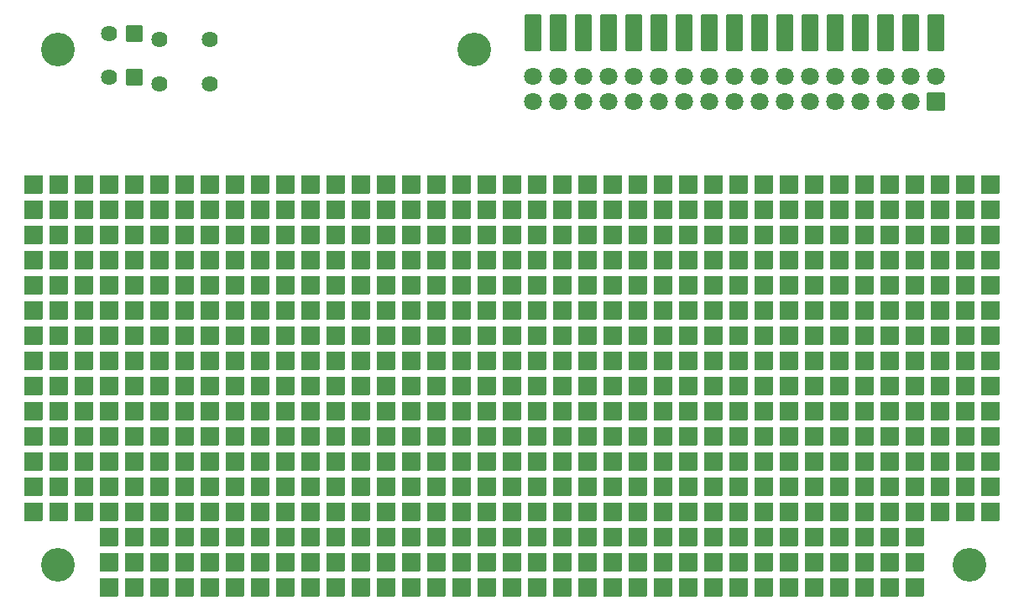
<source format=gbr>
G04 #@! TF.GenerationSoftware,KiCad,Pcbnew,7.0.5-4d25ed1034~172~ubuntu22.04.1*
G04 #@! TF.CreationDate,2023-06-02T09:39:04+03:00*
G04 #@! TF.ProjectId,AgonLight2-PROTO_Rev_A,41676f6e-4c69-4676-9874-322d50524f54,A*
G04 #@! TF.SameCoordinates,Original*
G04 #@! TF.FileFunction,Soldermask,Bot*
G04 #@! TF.FilePolarity,Negative*
%FSLAX46Y46*%
G04 Gerber Fmt 4.6, Leading zero omitted, Abs format (unit mm)*
G04 Created by KiCad (PCBNEW 7.0.5-4d25ed1034~172~ubuntu22.04.1) date 2023-06-02 09:39:04*
%MOMM*%
%LPD*%
G01*
G04 APERTURE LIST*
G04 Aperture macros list*
%AMRoundRect*
0 Rectangle with rounded corners*
0 $1 Rounding radius*
0 $2 $3 $4 $5 $6 $7 $8 $9 X,Y pos of 4 corners*
0 Add a 4 corners polygon primitive as box body*
4,1,4,$2,$3,$4,$5,$6,$7,$8,$9,$2,$3,0*
0 Add four circle primitives for the rounded corners*
1,1,$1+$1,$2,$3*
1,1,$1+$1,$4,$5*
1,1,$1+$1,$6,$7*
1,1,$1+$1,$8,$9*
0 Add four rect primitives between the rounded corners*
20,1,$1+$1,$2,$3,$4,$5,0*
20,1,$1+$1,$4,$5,$6,$7,0*
20,1,$1+$1,$6,$7,$8,$9,0*
20,1,$1+$1,$8,$9,$2,$3,0*%
G04 Aperture macros list end*
%ADD10RoundRect,0.050800X-0.889000X-0.889000X0.889000X-0.889000X0.889000X0.889000X-0.889000X0.889000X0*%
%ADD11C,1.625600*%
%ADD12C,3.401601*%
%ADD13RoundRect,0.050800X0.889000X-0.889000X0.889000X0.889000X-0.889000X0.889000X-0.889000X-0.889000X0*%
%ADD14RoundRect,0.050800X-0.762000X1.778000X-0.762000X-1.778000X0.762000X-1.778000X0.762000X1.778000X0*%
%ADD15RoundRect,0.050800X0.762000X0.762000X-0.762000X0.762000X-0.762000X-0.762000X0.762000X-0.762000X0*%
%ADD16RoundRect,0.050800X0.850000X0.850000X-0.850000X0.850000X-0.850000X-0.850000X0.850000X-0.850000X0*%
%ADD17C,1.801600*%
%ADD18RoundRect,0.050800X0.889000X0.889000X-0.889000X0.889000X-0.889000X-0.889000X0.889000X-0.889000X0*%
G04 APERTURE END LIST*
D10*
X104140000Y-87630000D03*
D11*
X114300000Y-73025000D03*
X119380000Y-73025000D03*
D10*
X129540000Y-100330000D03*
X172720000Y-123190000D03*
X180340000Y-105410000D03*
X124460000Y-97790000D03*
X144780000Y-95250000D03*
X185420000Y-102870000D03*
X185420000Y-100330000D03*
X157480000Y-92710000D03*
X147320000Y-118110000D03*
X152400000Y-105410000D03*
X157480000Y-107950000D03*
X127000000Y-125730000D03*
X187960000Y-105410000D03*
X195580000Y-118110000D03*
X167640000Y-90170000D03*
X157480000Y-125730000D03*
X177800000Y-105410000D03*
X165100000Y-100330000D03*
X129540000Y-113030000D03*
X172720000Y-115570000D03*
X177800000Y-100330000D03*
X104140000Y-95250000D03*
X175260000Y-90170000D03*
X121920000Y-125730000D03*
X167640000Y-125730000D03*
X182880000Y-105410000D03*
X121920000Y-92710000D03*
X198120000Y-87630000D03*
X152400000Y-115570000D03*
X111760000Y-125730000D03*
X121920000Y-95250000D03*
X154940000Y-100330000D03*
X109220000Y-95250000D03*
X185420000Y-118110000D03*
X116840000Y-90170000D03*
X162560000Y-118110000D03*
X124460000Y-105410000D03*
X129540000Y-118110000D03*
X172720000Y-105410000D03*
X190500000Y-113030000D03*
X175260000Y-102870000D03*
X177800000Y-87630000D03*
X160020000Y-125730000D03*
X124460000Y-118110000D03*
X101600000Y-95250000D03*
X111760000Y-100330000D03*
X114300000Y-105410000D03*
X187960000Y-97790000D03*
X137160000Y-128270000D03*
X119380000Y-128270000D03*
X142240000Y-95250000D03*
X106680000Y-107950000D03*
X162560000Y-87630000D03*
X137160000Y-113030000D03*
X190500000Y-125730000D03*
X193040000Y-110490000D03*
X167640000Y-123190000D03*
X139700000Y-105410000D03*
X152400000Y-125730000D03*
X162560000Y-123190000D03*
X193040000Y-102870000D03*
X182880000Y-115570000D03*
X114300000Y-115570000D03*
X177800000Y-102870000D03*
X190500000Y-92710000D03*
X124460000Y-102870000D03*
X137160000Y-110490000D03*
X154940000Y-110490000D03*
X175260000Y-87630000D03*
X160020000Y-100330000D03*
X182880000Y-107950000D03*
X116840000Y-87630000D03*
X185420000Y-90170000D03*
D12*
X104000000Y-126000000D03*
D10*
X198120000Y-110490000D03*
X109220000Y-125730000D03*
X190500000Y-100330000D03*
X185420000Y-128270000D03*
X132080000Y-125730000D03*
D13*
X165100000Y-87630000D03*
D10*
X137160000Y-107950000D03*
X185420000Y-125730000D03*
X152400000Y-128270000D03*
X152400000Y-100330000D03*
X165100000Y-102870000D03*
X187960000Y-123190000D03*
X182880000Y-120650000D03*
X142240000Y-90170000D03*
X106680000Y-110490000D03*
X129540000Y-125730000D03*
X198120000Y-92710000D03*
X175260000Y-123190000D03*
X106680000Y-113030000D03*
X101600000Y-105410000D03*
X134620000Y-110490000D03*
X190500000Y-120650000D03*
X165100000Y-90170000D03*
X132080000Y-118110000D03*
X162560000Y-102870000D03*
X129540000Y-102870000D03*
X121920000Y-107950000D03*
X198120000Y-113030000D03*
X114300000Y-118110000D03*
X132080000Y-92710000D03*
X147320000Y-125730000D03*
X119380000Y-115570000D03*
X147320000Y-105410000D03*
X114300000Y-110490000D03*
X180340000Y-110490000D03*
X134620000Y-123190000D03*
X172720000Y-118110000D03*
X116840000Y-113030000D03*
X142240000Y-105410000D03*
X162560000Y-97790000D03*
X167640000Y-100330000D03*
X195580000Y-97790000D03*
X119380000Y-97790000D03*
X182880000Y-113030000D03*
X162560000Y-105410000D03*
D12*
X146000000Y-74000000D03*
D10*
X114300000Y-95250000D03*
X132080000Y-110490000D03*
X165100000Y-92710000D03*
X124460000Y-110490000D03*
X175260000Y-110490000D03*
X139700000Y-125730000D03*
X180340000Y-95250000D03*
X180340000Y-120650000D03*
X193040000Y-118110000D03*
X195580000Y-113030000D03*
X104140000Y-90170000D03*
X124460000Y-128270000D03*
X154940000Y-92710000D03*
X142240000Y-120650000D03*
D13*
X109220000Y-87630000D03*
D10*
X195580000Y-90170000D03*
X187960000Y-100330000D03*
X193040000Y-97790000D03*
X101600000Y-90170000D03*
X152400000Y-123190000D03*
X142240000Y-125730000D03*
X129540000Y-97790000D03*
X104140000Y-102870000D03*
X167640000Y-110490000D03*
X152400000Y-113030000D03*
X172720000Y-95250000D03*
X127000000Y-100330000D03*
X106680000Y-95250000D03*
X127000000Y-110490000D03*
X127000000Y-118110000D03*
X180340000Y-125730000D03*
X177800000Y-120650000D03*
X185420000Y-92710000D03*
X116840000Y-118110000D03*
X172720000Y-102870000D03*
X149860000Y-97790000D03*
X160020000Y-115570000D03*
X154940000Y-97790000D03*
X134620000Y-113030000D03*
X142240000Y-123190000D03*
X193040000Y-113030000D03*
X177800000Y-118110000D03*
X180340000Y-102870000D03*
X106680000Y-97790000D03*
X121920000Y-90170000D03*
X124460000Y-107950000D03*
D13*
X190500000Y-87630000D03*
D10*
X187960000Y-110490000D03*
X182880000Y-123190000D03*
X160020000Y-105410000D03*
X165100000Y-120650000D03*
X149860000Y-87630000D03*
X195580000Y-87630000D03*
X157480000Y-120650000D03*
X167640000Y-105410000D03*
X124460000Y-125730000D03*
X111760000Y-115570000D03*
X137160000Y-125730000D03*
X129540000Y-105410000D03*
X132080000Y-100330000D03*
X114300000Y-100330000D03*
X127000000Y-113030000D03*
X142240000Y-113030000D03*
X157480000Y-97790000D03*
X132080000Y-95250000D03*
X165100000Y-128270000D03*
X190500000Y-95250000D03*
X172720000Y-87630000D03*
X193040000Y-120650000D03*
X134620000Y-97790000D03*
X109220000Y-123190000D03*
X177800000Y-125730000D03*
X180340000Y-107950000D03*
X129540000Y-115570000D03*
X177800000Y-92710000D03*
X139700000Y-97790000D03*
X195580000Y-100330000D03*
X137160000Y-115570000D03*
X147320000Y-95250000D03*
X149860000Y-115570000D03*
X172720000Y-90170000D03*
X175260000Y-125730000D03*
X154940000Y-113030000D03*
X144780000Y-92710000D03*
X127000000Y-120650000D03*
X182880000Y-128270000D03*
X111760000Y-107950000D03*
X177800000Y-97790000D03*
X177800000Y-128270000D03*
X172720000Y-125730000D03*
X149860000Y-102870000D03*
X139700000Y-90170000D03*
X160020000Y-97790000D03*
X170180000Y-128270000D03*
X127000000Y-107950000D03*
X119380000Y-95250000D03*
X124460000Y-100330000D03*
X187960000Y-107950000D03*
X129540000Y-92710000D03*
X160020000Y-92710000D03*
X124460000Y-95250000D03*
X144780000Y-107950000D03*
X127000000Y-92710000D03*
X134620000Y-95250000D03*
X147320000Y-120650000D03*
X116840000Y-123190000D03*
X127000000Y-128270000D03*
X149860000Y-105410000D03*
X152400000Y-95250000D03*
X177800000Y-113030000D03*
X111760000Y-102870000D03*
X157480000Y-87630000D03*
X149860000Y-92710000D03*
X180340000Y-115570000D03*
X185420000Y-110490000D03*
X124460000Y-90170000D03*
X121920000Y-115570000D03*
X152400000Y-120650000D03*
X127000000Y-90170000D03*
X114300000Y-92710000D03*
X101600000Y-92710000D03*
X144780000Y-113030000D03*
X104140000Y-100330000D03*
X170180000Y-107950000D03*
X198120000Y-95250000D03*
X132080000Y-105410000D03*
X111760000Y-113030000D03*
X104140000Y-120650000D03*
D11*
X114300000Y-77470000D03*
X119380000Y-77470000D03*
D10*
X106680000Y-90170000D03*
D13*
X119380000Y-87630000D03*
D10*
X101600000Y-97790000D03*
X132080000Y-87630000D03*
X114300000Y-128270000D03*
X152400000Y-110490000D03*
X147320000Y-128270000D03*
X167640000Y-118110000D03*
X121920000Y-87630000D03*
X154940000Y-87630000D03*
X198120000Y-97790000D03*
X121920000Y-97790000D03*
X149860000Y-113030000D03*
X139700000Y-113030000D03*
X193040000Y-100330000D03*
X134620000Y-92710000D03*
X109220000Y-100330000D03*
X127000000Y-123190000D03*
X160020000Y-90170000D03*
X137160000Y-120650000D03*
X134620000Y-105410000D03*
X116840000Y-110490000D03*
X190500000Y-107950000D03*
X134620000Y-128270000D03*
X198120000Y-120650000D03*
X170180000Y-100330000D03*
X190500000Y-102870000D03*
X116840000Y-120650000D03*
X134620000Y-87630000D03*
X175260000Y-115570000D03*
X193040000Y-87630000D03*
X165100000Y-107950000D03*
X139700000Y-118110000D03*
X152400000Y-97790000D03*
X149860000Y-128270000D03*
X165100000Y-115570000D03*
X147320000Y-110490000D03*
X109220000Y-105410000D03*
X144780000Y-125730000D03*
X139700000Y-95250000D03*
X119380000Y-102870000D03*
X157480000Y-113030000D03*
X198120000Y-90170000D03*
X154940000Y-102870000D03*
X167640000Y-115570000D03*
X132080000Y-123190000D03*
X172720000Y-110490000D03*
X134620000Y-102870000D03*
X170180000Y-110490000D03*
X170180000Y-125730000D03*
X142240000Y-100330000D03*
X132080000Y-115570000D03*
X106680000Y-92710000D03*
X114300000Y-102870000D03*
X109220000Y-90170000D03*
X185420000Y-120650000D03*
X109220000Y-102870000D03*
X160020000Y-118110000D03*
X170180000Y-115570000D03*
X157480000Y-105410000D03*
X162560000Y-110490000D03*
X144780000Y-120650000D03*
X187960000Y-87630000D03*
X167640000Y-95250000D03*
X142240000Y-102870000D03*
X144780000Y-115570000D03*
X157480000Y-100330000D03*
X101600000Y-87630000D03*
X137160000Y-90170000D03*
X127000000Y-95250000D03*
X185420000Y-97790000D03*
X109220000Y-113030000D03*
X170180000Y-95250000D03*
X172720000Y-120650000D03*
X152400000Y-87630000D03*
X111760000Y-87630000D03*
X132080000Y-113030000D03*
X144780000Y-100330000D03*
X124460000Y-123190000D03*
X157480000Y-123190000D03*
X104140000Y-97790000D03*
X106680000Y-100330000D03*
X137160000Y-105410000D03*
X152400000Y-118110000D03*
X177800000Y-90170000D03*
D12*
X196000000Y-126000000D03*
D10*
X170180000Y-97790000D03*
X147320000Y-100330000D03*
X109220000Y-107950000D03*
D12*
X104000000Y-74000000D03*
D10*
X142240000Y-107950000D03*
X129540000Y-110490000D03*
X160020000Y-113030000D03*
X106680000Y-118110000D03*
X109220000Y-115570000D03*
X162560000Y-100330000D03*
X116840000Y-125730000D03*
X132080000Y-90170000D03*
X175260000Y-128270000D03*
X180340000Y-90170000D03*
X149860000Y-95250000D03*
X132080000Y-128270000D03*
X170180000Y-118110000D03*
X124460000Y-92710000D03*
X180340000Y-118110000D03*
X106680000Y-115570000D03*
X167640000Y-120650000D03*
X160020000Y-120650000D03*
X167640000Y-97790000D03*
X137160000Y-87630000D03*
X180340000Y-97790000D03*
X127000000Y-105410000D03*
X119380000Y-123190000D03*
X147320000Y-90170000D03*
X170180000Y-120650000D03*
X119380000Y-90170000D03*
X170180000Y-90170000D03*
X121920000Y-110490000D03*
X193040000Y-115570000D03*
X147320000Y-123190000D03*
X142240000Y-97790000D03*
X132080000Y-102870000D03*
X190500000Y-105410000D03*
X121920000Y-118110000D03*
X162560000Y-125730000D03*
X182880000Y-125730000D03*
X139700000Y-115570000D03*
X129540000Y-90170000D03*
X175260000Y-120650000D03*
X147320000Y-92710000D03*
D14*
X192570000Y-72326000D03*
X190030000Y-72326000D03*
X187490000Y-72326000D03*
X184950000Y-72326000D03*
X182410000Y-72326000D03*
X179870000Y-72326000D03*
X177330000Y-72326000D03*
X174790000Y-72326000D03*
X172250000Y-72326000D03*
X169710000Y-72326000D03*
X167170000Y-72326000D03*
X164630000Y-72326000D03*
X162090000Y-72326000D03*
X159550000Y-72326000D03*
X157010000Y-72326000D03*
X154470000Y-72326000D03*
X151930000Y-72326000D03*
D10*
X193040000Y-95250000D03*
X116840000Y-128270000D03*
X160020000Y-87630000D03*
X149860000Y-100330000D03*
X119380000Y-113030000D03*
X185420000Y-113030000D03*
X162560000Y-113030000D03*
X149860000Y-107950000D03*
X139700000Y-120650000D03*
X180340000Y-128270000D03*
X195580000Y-115570000D03*
X144780000Y-97790000D03*
X121920000Y-102870000D03*
X195580000Y-120650000D03*
X182880000Y-92710000D03*
X170180000Y-102870000D03*
X165100000Y-125730000D03*
X142240000Y-128270000D03*
X157480000Y-102870000D03*
X162560000Y-95250000D03*
X154940000Y-118110000D03*
X137160000Y-95250000D03*
X104140000Y-105410000D03*
X157480000Y-95250000D03*
X114300000Y-120650000D03*
X160020000Y-128270000D03*
X111760000Y-95250000D03*
X104140000Y-118110000D03*
X144780000Y-102870000D03*
X144780000Y-110490000D03*
X114300000Y-107950000D03*
X160020000Y-107950000D03*
X187960000Y-115570000D03*
X134620000Y-115570000D03*
X129540000Y-87630000D03*
X185420000Y-105410000D03*
X111760000Y-110490000D03*
X149860000Y-118110000D03*
X187960000Y-90170000D03*
X101600000Y-118110000D03*
X147320000Y-97790000D03*
X121920000Y-120650000D03*
X195580000Y-102870000D03*
X198120000Y-107950000D03*
X185420000Y-95250000D03*
X149860000Y-123190000D03*
X101600000Y-100330000D03*
X182880000Y-87630000D03*
X119380000Y-92710000D03*
X154940000Y-107950000D03*
X198120000Y-100330000D03*
X185420000Y-123190000D03*
X167640000Y-107950000D03*
X198120000Y-118110000D03*
X116840000Y-102870000D03*
X172720000Y-107950000D03*
X119380000Y-118110000D03*
X101600000Y-107950000D03*
X167640000Y-113030000D03*
X182880000Y-110490000D03*
X167640000Y-102870000D03*
X165100000Y-95250000D03*
X152400000Y-107950000D03*
X142240000Y-118110000D03*
X172720000Y-97790000D03*
X111760000Y-123190000D03*
X147320000Y-87630000D03*
X119380000Y-100330000D03*
X116840000Y-97790000D03*
D15*
X111760000Y-72390000D03*
D11*
X109220000Y-72390000D03*
D10*
X121920000Y-113030000D03*
X139700000Y-128270000D03*
X182880000Y-100330000D03*
X139700000Y-92710000D03*
X152400000Y-92710000D03*
X193040000Y-107950000D03*
X111760000Y-90170000D03*
X190500000Y-90170000D03*
X109220000Y-110490000D03*
X119380000Y-110490000D03*
X109220000Y-118110000D03*
X101600000Y-110490000D03*
X182880000Y-95250000D03*
X137160000Y-100330000D03*
X157480000Y-110490000D03*
X101600000Y-113030000D03*
X154940000Y-120650000D03*
X172720000Y-113030000D03*
X165100000Y-113030000D03*
X160020000Y-102870000D03*
X177800000Y-107950000D03*
X187960000Y-92710000D03*
X160020000Y-123190000D03*
X165100000Y-105410000D03*
X190500000Y-128270000D03*
X109220000Y-120650000D03*
X139700000Y-102870000D03*
X124460000Y-120650000D03*
X132080000Y-107950000D03*
X104140000Y-115570000D03*
X142240000Y-87630000D03*
X195580000Y-107950000D03*
X129540000Y-120650000D03*
X104140000Y-92710000D03*
X114300000Y-97790000D03*
X104140000Y-113030000D03*
X162560000Y-90170000D03*
X137160000Y-118110000D03*
X167640000Y-87630000D03*
X160020000Y-110490000D03*
X129540000Y-95250000D03*
X182880000Y-118110000D03*
X180340000Y-100330000D03*
X144780000Y-90170000D03*
X195580000Y-110490000D03*
X109220000Y-92710000D03*
X137160000Y-92710000D03*
X149860000Y-90170000D03*
X180340000Y-113030000D03*
X132080000Y-120650000D03*
X121920000Y-100330000D03*
X127000000Y-102870000D03*
X154940000Y-128270000D03*
X134620000Y-118110000D03*
X157480000Y-90170000D03*
X111760000Y-118110000D03*
X124460000Y-87630000D03*
X182880000Y-90170000D03*
X116840000Y-95250000D03*
X114300000Y-87630000D03*
X111760000Y-120650000D03*
X134620000Y-125730000D03*
X172720000Y-128270000D03*
X144780000Y-123190000D03*
X129540000Y-128270000D03*
X114300000Y-90170000D03*
X190500000Y-110490000D03*
X144780000Y-118110000D03*
X106680000Y-105410000D03*
X162560000Y-128270000D03*
X187960000Y-128270000D03*
X111760000Y-128270000D03*
X109220000Y-97790000D03*
X121920000Y-128270000D03*
D15*
X111760000Y-76835000D03*
D11*
X109220000Y-76835000D03*
D10*
X180340000Y-87630000D03*
X104140000Y-107950000D03*
X193040000Y-92710000D03*
X116840000Y-107950000D03*
X114300000Y-113030000D03*
X160020000Y-95250000D03*
X116840000Y-100330000D03*
X182880000Y-102870000D03*
X187960000Y-113030000D03*
X198120000Y-115570000D03*
X124460000Y-115570000D03*
X175260000Y-100330000D03*
X162560000Y-107950000D03*
X175260000Y-95250000D03*
X175260000Y-92710000D03*
X182880000Y-97790000D03*
X154940000Y-125730000D03*
X121920000Y-123190000D03*
X154940000Y-90170000D03*
X172720000Y-100330000D03*
X185420000Y-115570000D03*
X137160000Y-123190000D03*
X187960000Y-120650000D03*
X152400000Y-102870000D03*
X104140000Y-110490000D03*
X127000000Y-87630000D03*
X187960000Y-95250000D03*
X142240000Y-115570000D03*
X187960000Y-118110000D03*
X154940000Y-95250000D03*
X177800000Y-95250000D03*
X149860000Y-125730000D03*
X180340000Y-123190000D03*
X175260000Y-113030000D03*
X175260000Y-118110000D03*
X134620000Y-90170000D03*
X109220000Y-128270000D03*
D16*
X192570000Y-79270000D03*
D17*
X192570000Y-76730000D03*
X190030000Y-79270000D03*
X190030000Y-76730000D03*
X187490000Y-79270000D03*
X187490000Y-76730000D03*
X184950000Y-79270000D03*
X184950000Y-76730000D03*
X182410000Y-79270000D03*
X182410000Y-76730000D03*
X179870000Y-79270000D03*
X179870000Y-76730000D03*
X177330000Y-79270000D03*
X177330000Y-76730000D03*
X174790000Y-79270000D03*
X174790000Y-76730000D03*
X172250000Y-79270000D03*
X172250000Y-76730000D03*
X169710000Y-79270000D03*
X169710000Y-76730000D03*
X167170000Y-79270000D03*
X167170000Y-76730000D03*
X164630000Y-79270000D03*
X164630000Y-76730000D03*
X162090000Y-79270000D03*
X162090000Y-76730000D03*
X159550000Y-79270000D03*
X159550000Y-76730000D03*
X157010000Y-79270000D03*
X157010000Y-76730000D03*
X154470000Y-79270000D03*
X154470000Y-76730000D03*
X151930000Y-79270000D03*
X151930000Y-76730000D03*
D10*
X170180000Y-113030000D03*
X185420000Y-87630000D03*
X167640000Y-128270000D03*
X116840000Y-115570000D03*
X144780000Y-128270000D03*
X101600000Y-102870000D03*
X101600000Y-120650000D03*
X147320000Y-113030000D03*
X149860000Y-120650000D03*
X139700000Y-107950000D03*
X114300000Y-125730000D03*
X121920000Y-105410000D03*
X119380000Y-105410000D03*
X177800000Y-115570000D03*
X119380000Y-120650000D03*
X190500000Y-118110000D03*
X177800000Y-123190000D03*
X154940000Y-123190000D03*
X114300000Y-123190000D03*
X127000000Y-97790000D03*
X147320000Y-107950000D03*
X106680000Y-120650000D03*
X142240000Y-110490000D03*
X175260000Y-105410000D03*
X119380000Y-107950000D03*
X132080000Y-97790000D03*
X165100000Y-123190000D03*
X180340000Y-92710000D03*
X165100000Y-118110000D03*
X139700000Y-87630000D03*
X134620000Y-107950000D03*
X144780000Y-87630000D03*
X139700000Y-100330000D03*
X162560000Y-115570000D03*
X134620000Y-120650000D03*
X106680000Y-102870000D03*
X137160000Y-97790000D03*
X185420000Y-107950000D03*
X198120000Y-105410000D03*
X147320000Y-102870000D03*
X170180000Y-87630000D03*
X165100000Y-110490000D03*
X116840000Y-92710000D03*
X187960000Y-102870000D03*
X172720000Y-92710000D03*
X167640000Y-92710000D03*
X187960000Y-125730000D03*
X190500000Y-123190000D03*
X116840000Y-105410000D03*
X152400000Y-90170000D03*
X177800000Y-110490000D03*
X170180000Y-105410000D03*
X198120000Y-102870000D03*
X129540000Y-107950000D03*
X111760000Y-97790000D03*
X162560000Y-92710000D03*
X139700000Y-123190000D03*
X170180000Y-92710000D03*
X195580000Y-105410000D03*
X175260000Y-107950000D03*
X165100000Y-97790000D03*
X149860000Y-110490000D03*
X175260000Y-97790000D03*
X124460000Y-113030000D03*
X111760000Y-105410000D03*
X157480000Y-118110000D03*
X101600000Y-115570000D03*
X162560000Y-120650000D03*
X139700000Y-110490000D03*
X142240000Y-92710000D03*
X127000000Y-115570000D03*
X137160000Y-102870000D03*
X193040000Y-105410000D03*
X111760000Y-92710000D03*
X106680000Y-87630000D03*
X190500000Y-97790000D03*
X193040000Y-90170000D03*
X195580000Y-95250000D03*
X157480000Y-128270000D03*
X134620000Y-100330000D03*
X119380000Y-125730000D03*
X147320000Y-115570000D03*
X144780000Y-105410000D03*
X190500000Y-115570000D03*
X154940000Y-105410000D03*
X154940000Y-115570000D03*
X170180000Y-123190000D03*
X129540000Y-123190000D03*
X157480000Y-115570000D03*
D18*
X195580000Y-92710000D03*
M02*

</source>
